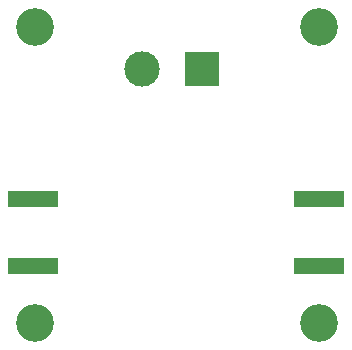
<source format=gbr>
%TF.GenerationSoftware,KiCad,Pcbnew,8.0.2*%
%TF.CreationDate,2025-01-11T01:13:48-03:00*%
%TF.ProjectId,tx_amplifier,74785f61-6d70-46c6-9966-6965722e6b69,v1.2*%
%TF.SameCoordinates,Original*%
%TF.FileFunction,Soldermask,Bot*%
%TF.FilePolarity,Negative*%
%FSLAX46Y46*%
G04 Gerber Fmt 4.6, Leading zero omitted, Abs format (unit mm)*
G04 Created by KiCad (PCBNEW 8.0.2) date 2025-01-11 01:13:48*
%MOMM*%
%LPD*%
G01*
G04 APERTURE LIST*
%ADD10R,4.200000X1.350000*%
%ADD11R,3.000000X3.000000*%
%ADD12C,3.000000*%
%ADD13C,3.200000*%
G04 APERTURE END LIST*
D10*
%TO.C,J2*%
X127054000Y-112680000D03*
X127054000Y-107030000D03*
%TD*%
%TO.C,J1*%
X102816000Y-107030000D03*
X102816000Y-112680000D03*
%TD*%
D11*
%TO.C,J3*%
X117080000Y-96000000D03*
D12*
X112000000Y-96000000D03*
%TD*%
D13*
%TO.C,H1*%
X103000000Y-92500000D03*
%TD*%
%TO.C,H2*%
X127000000Y-92500000D03*
%TD*%
%TO.C,H4*%
X127000000Y-117500000D03*
%TD*%
%TO.C,H3*%
X103000000Y-117500000D03*
%TD*%
M02*

</source>
